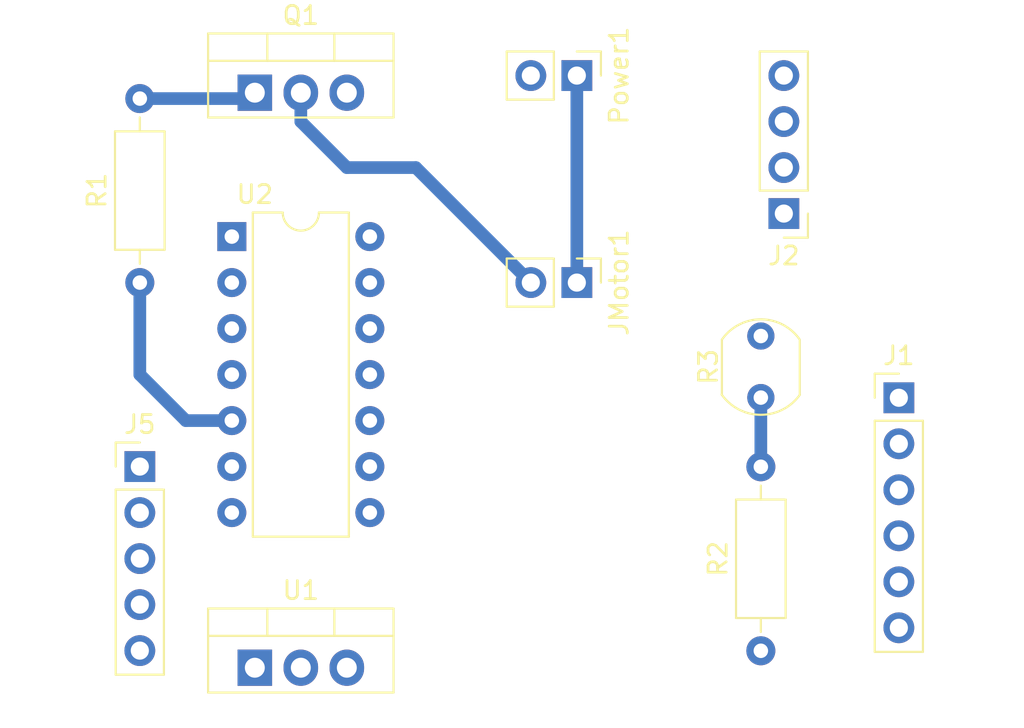
<source format=kicad_pcb>
(kicad_pcb (version 20211014) (generator pcbnew)
  (layers (0 "F.Cu" signal) (31 "B.Cu" signal) (34 "B.Paste" user) (35 "F.Paste" user) (36 "B.SilkS" user "B.Silkscreen") (37 "F.SilkS" user "F.Silkscreen") (38 "B.Mask" user) (39 "F.Mask" user) (44 "Edge.Cuts" user))
  (net 0 "")
  (net 2 "Net-(J1-Pad2)")
  (net 3 "Net-(J1-Pad3)")
  (net 4 "Ground")
  (net 5 "5V")
  (net 6 "Net-(J1-Pad6)")
  (net 7 "Lys")
  (net 10 "12V")
  (net 12 "ACC")
  (net 14 "Net-(JMotor1-Pad2)")
  (net 15 "Net-(Q1-Pad1)")
  (net 16 "PWM")
  (net 17 "LDR")
  (footprint "Connector_PinHeader_2.54mm:PinHeader_1x02_P2.54mm_Vertical" (layer "F.Cu") (at 135.89 64.77 -90)
    (fp_text reference "Power1" (at 0 -2.33 90) (layer "F.SilkS"))
    (fp_text value "Power")
    (fp_line (start -1.33 1.27) (end -1.33 3.87) (layer "F.SilkS") (width 0.12))
    (fp_line (start -1.33 0) (end -1.33 -1.33) (layer "F.SilkS") (width 0.12))
    (fp_line (start -1.33 3.87) (end 1.33 3.87) (layer "F.SilkS") (width 0.12))
    (fp_line (start -1.33 -1.33) (end 0 -1.33) (layer "F.SilkS") (width 0.12))
    (fp_line (start -1.33 1.27) (end 1.33 1.27) (layer "F.SilkS") (width 0.12))
    (fp_line (start 1.33 1.27) (end 1.33 3.87) (layer "F.SilkS") (width 0.12))
    (pad "1" thru_hole rect (at 0 0 270) (size 1.7 1.7) (drill 1) (layers *.Cu *.Mask) (net 10 "12V"))
    (pad "2" thru_hole oval (at 0 2.54 270) (size 1.7 1.7) (drill 1) (layers *.Cu *.Mask) (net 4 "Ground"))
  )
  (footprint "Resistor_THT:R_Axial_DIN0207_L6.3mm_D2.5mm_P10.16mm_Horizontal" (layer "F.Cu") (at 146.05 96.53 90)
    (fp_text reference "R2" (at 5.08 -2.37 90) (layer "F.SilkS"))
    (fp_text value "R")
    (fp_line (start 9.12 0) (end 8.35 0) (layer "F.SilkS") (width 0.12))
    (fp_line (start 1.81 1.37) (end 8.35 1.37) (layer "F.SilkS") (width 0.12))
    (fp_line (start 8.35 -1.37) (end 1.81 -1.37) (layer "F.SilkS") (width 0.12))
    (fp_line (start 1.81 -1.37) (end 1.81 1.37) (layer "F.SilkS") (width 0.12))
    (fp_line (start 8.35 1.37) (end 8.35 -1.37) (layer "F.SilkS") (width 0.12))
    (fp_line (start 1.04 0) (end 1.81 0) (layer "F.SilkS") (width 0.12))
    (pad "1" thru_hole circle (at 0 0 90) (size 1.6 1.6) (drill 0.8) (layers *.Cu *.Mask) (net 5 "5V"))
    (pad "2" thru_hole oval (at 10.16 0 90) (size 1.6 1.6) (drill 0.8) (layers *.Cu *.Mask) (net 17 "LDR"))
  )
  (footprint "Resistor_THT:R_Axial_DIN0207_L6.3mm_D2.5mm_P10.16mm_Horizontal" (layer "F.Cu") (at 111.76 76.2 90)
    (fp_text reference "R1" (at 5.08 -2.37 90) (layer "F.SilkS"))
    (fp_text value "R")
    (fp_line (start 9.12 0) (end 8.35 0) (layer "F.SilkS") (width 0.12))
    (fp_line (start 1.81 1.37) (end 8.35 1.37) (layer "F.SilkS") (width 0.12))
    (fp_line (start 1.04 0) (end 1.81 0) (layer "F.SilkS") (width 0.12))
    (fp_line (start 1.81 -1.37) (end 1.81 1.37) (layer "F.SilkS") (width 0.12))
    (fp_line (start 8.35 1.37) (end 8.35 -1.37) (layer "F.SilkS") (width 0.12))
    (fp_line (start 8.35 -1.37) (end 1.81 -1.37) (layer "F.SilkS") (width 0.12))
    (pad "1" thru_hole circle (at 0 0 90) (size 1.6 1.6) (drill 0.8) (layers *.Cu *.Mask) (net 16 "PWM"))
    (pad "2" thru_hole oval (at 10.16 0 90) (size 1.6 1.6) (drill 0.8) (layers *.Cu *.Mask) (net 15 "Net-(Q1-Pad1)"))
  )
  (footprint "Package_TO_SOT_THT:TO-220-3_Vertical" (layer "F.Cu") (at 118.11 97.465)
    (fp_text reference "U1" (at 2.54 -4.27) (layer "F.SilkS"))
    (fp_text value "L7805")
    (fp_line (start -2.58 1.371) (end 7.66 1.371) (layer "F.SilkS") (width 0.12))
    (fp_line (start -2.58 -3.27) (end -2.58 1.371) (layer "F.SilkS") (width 0.12))
    (fp_line (start 4.391 -3.27) (end 4.391 -1.76) (layer "F.SilkS") (width 0.12))
    (fp_line (start 7.66 -3.27) (end 7.66 1.371) (layer "F.SilkS") (width 0.12))
    (fp_line (start 0.69 -3.27) (end 0.69 -1.76) (layer "F.SilkS") (width 0.12))
    (fp_line (start -2.58 -3.27) (end 7.66 -3.27) (layer "F.SilkS") (width 0.12))
    (fp_line (start -2.58 -1.76) (end 7.66 -1.76) (layer "F.SilkS") (width 0.12))
    (pad "1" thru_hole rect (at 0 0) (size 1.905 2) (drill 1.1) (layers *.Cu *.Mask) (net 10 "12V"))
    (pad "2" thru_hole oval (at 2.54 0) (size 1.905 2) (drill 1.1) (layers *.Cu *.Mask) (net 4 "Ground"))
    (pad "3" thru_hole oval (at 5.08 0) (size 1.905 2) (drill 1.1) (layers *.Cu *.Mask) (net 5 "5V"))
  )
  (footprint "Package_DIP:DIP-14_W7.62mm" (layer "F.Cu") (at 116.84 73.66)
    (fp_text reference "U2" (at 1.27 -2.33) (layer "F.SilkS"))
    (fp_text value "PIC16F684-IP")
    (fp_line (start 2.81 -1.33) (end 1.16 -1.33) (layer "F.SilkS") (width 0.12))
    (fp_line (start 6.46 16.57) (end 6.46 -1.33) (layer "F.SilkS") (width 0.12))
    (fp_line (start 1.16 16.57) (end 6.46 16.57) (layer "F.SilkS") (width 0.12))
    (fp_line (start 1.16 -1.33) (end 1.16 16.57) (layer "F.SilkS") (width 0.12))
    (fp_line (start 6.46 -1.33) (end 4.81 -1.33) (layer "F.SilkS") (width 0.12))
    (fp_arc (start 4.81 -1.33) (mid 3.81 -0.33) (end 2.81 -1.33) (layer "F.SilkS") (width 0.12))
    (pad "1" thru_hole rect (at 0 0) (size 1.6 1.6) (drill 0.8) (layers *.Cu *.Mask) (net 5 "5V"))
    (pad "2" thru_hole oval (at 0 2.54) (size 1.6 1.6) (drill 0.8) (layers *.Cu *.Mask))
    (pad "3" thru_hole oval (at 0 5.08) (size 1.6 1.6) (drill 0.8) (layers *.Cu *.Mask))
    (pad "4" thru_hole oval (at 0 7.62) (size 1.6 1.6) (drill 0.8) (layers *.Cu *.Mask) (net 6 "Net-(J1-Pad6)"))
    (pad "5" thru_hole oval (at 0 10.16) (size 1.6 1.6) (drill 0.8) (layers *.Cu *.Mask) (net 16 "PWM"))
    (pad "6" thru_hole oval (at 0 12.7) (size 1.6 1.6) (drill 0.8) (layers *.Cu *.Mask))
    (pad "7" thru_hole oval (at 0 15.24) (size 1.6 1.6) (drill 0.8) (layers *.Cu *.Mask))
    (pad "8" thru_hole oval (at 7.62 15.24) (size 1.6 1.6) (drill 0.8) (layers *.Cu *.Mask) (net 17 "LDR"))
    (pad "9" thru_hole oval (at 7.62 12.7) (size 1.6 1.6) (drill 0.8) (layers *.Cu *.Mask) (net 12 "ACC"))
    (pad "10" thru_hole oval (at 7.62 10.16) (size 1.6 1.6) (drill 0.8) (layers *.Cu *.Mask) (net 7 "Lys"))
    (pad "11" thru_hole oval (at 7.62 7.62) (size 1.6 1.6) (drill 0.8) (layers *.Cu *.Mask))
    (pad "12" thru_hole oval (at 7.62 5.08) (size 1.6 1.6) (drill 0.8) (layers *.Cu *.Mask) (net 2 "Net-(J1-Pad2)"))
    (pad "13" thru_hole oval (at 7.62 2.54) (size 1.6 1.6) (drill 0.8) (layers *.Cu *.Mask) (net 3 "Net-(J1-Pad3)"))
    (pad "14" thru_hole oval (at 7.62 0) (size 1.6 1.6) (drill 0.8) (layers *.Cu *.Mask) (net 4 "Ground"))
  )
  (footprint "OptoDevice:R_LDR_5.1x4.3mm_P3.4mm_Vertical" (layer "F.Cu") (at 146.05 82.55 90)
    (fp_text reference "R3" (at 1.7 -2.9 90) (layer "F.SilkS"))
    (fp_text value "LDR07")
    (fp_line (start 0.15 -2.15) (end 3.2 -2.15) (layer "F.SilkS") (width 0.12))
    (fp_line (start 0.15 2.15) (end 3.2 2.15) (layer "F.SilkS") (width 0.12))
    (fp_arc (start 3.2 -2.15) (mid 4.321403 -0.027338) (end 3.244513 2.118249) (layer "F.SilkS") (width 0.12))
    (fp_arc (start 0.15 2.15) (mid -0.950438 -0.013368) (end 0.171766 -2.165525) (layer "F.SilkS") (width 0.12))
    (pad "1" thru_hole circle (at 0 0 90) (size 1.5 1.5) (drill 0.8) (layers *.Cu *.Mask) (net 17 "LDR"))
    (pad "2" thru_hole circle (at 3.4 0 90) (size 1.5 1.5) (drill 0.8) (layers *.Cu *.Mask) (net 4 "Ground"))
  )
  (footprint "Connector_PinHeader_2.54mm:PinHeader_1x02_P2.54mm_Vertical" (layer "F.Cu") (at 135.89 76.2 -90)
    (fp_text reference "JMotor1" (at 0 -2.33 90) (layer "F.SilkS"))
    (fp_text value "Motor")
    (fp_line (start -1.33 0) (end -1.33 -1.33) (layer "F.SilkS") (width 0.12))
    (fp_line (start -1.33 3.87) (end 1.33 3.87) (layer "F.SilkS") (width 0.12))
    (fp_line (start -1.33 -1.33) (end 0 -1.33) (layer "F.SilkS") (width 0.12))
    (fp_line (start 1.33 1.27) (end 1.33 3.87) (layer "F.SilkS") (width 0.12))
    (fp_line (start -1.33 1.27) (end -1.33 3.87) (layer "F.SilkS") (width 0.12))
    (fp_line (start -1.33 1.27) (end 1.33 1.27) (layer "F.SilkS") (width 0.12))
    (pad "1" thru_hole rect (at 0 0 270) (size 1.7 1.7) (drill 1) (layers *.Cu *.Mask) (net 10 "12V"))
    (pad "2" thru_hole oval (at 0 2.54 270) (size 1.7 1.7) (drill 1) (layers *.Cu *.Mask) (net 14 "Net-(JMotor1-Pad2)"))
  )
  (footprint "Connector_PinHeader_2.54mm:PinHeader_1x04_P2.54mm_Vertical" (layer "F.Cu") (at 147.32 72.39 180)
    (fp_text reference "J2" (at 0 -2.33) (layer "F.SilkS"))
    (fp_text value "LED")
    (fp_line (start -1.33 1.27) (end 1.33 1.27) (layer "F.SilkS") (width 0.12))
    (fp_line (start -1.33 8.95) (end 1.33 8.95) (layer "F.SilkS") (width 0.12))
    (fp_line (start -1.33 0) (end -1.33 -1.33) (layer "F.SilkS") (width 0.12))
    (fp_line (start -1.33 1.27) (end -1.33 8.95) (layer "F.SilkS") (width 0.12))
    (fp_line (start -1.33 -1.33) (end 0 -1.33) (layer "F.SilkS") (width 0.12))
    (fp_line (start 1.33 1.27) (end 1.33 8.95) (layer "F.SilkS") (width 0.12))
    (pad "1" thru_hole rect (at 0 0 180) (size 1.7 1.7) (drill 1) (layers *.Cu *.Mask) (net 7 "Lys"))
    (pad "2" thru_hole oval (at 0 2.54 180) (size 1.7 1.7) (drill 1) (layers *.Cu *.Mask) (net 7 "Lys"))
    (pad "3" thru_hole oval (at 0 5.08 180) (size 1.7 1.7) (drill 1) (layers *.Cu *.Mask) (net 4 "Ground"))
    (pad "4" thru_hole oval (at 0 7.62 180) (size 1.7 1.7) (drill 1) (layers *.Cu *.Mask) (net 4 "Ground"))
  )
  (footprint "Connector_PinHeader_2.54mm:PinHeader_1x06_P2.54mm_Vertical" (layer "F.Cu") (at 153.67 82.56)
    (fp_text reference "J1" (at 0 -2.33) (layer "F.SilkS"))
    (fp_text value "Pickit Forbindelse")
    (fp_line (start -1.33 1.27) (end -1.33 14.03) (layer "F.SilkS") (width 0.12))
    (fp_line (start -1.33 14.03) (end 1.33 14.03) (layer "F.SilkS") (width 0.12))
    (fp_line (start -1.33 -1.33) (end 0 -1.33) (layer "F.SilkS") (width 0.12))
    (fp_line (start -1.33 1.27) (end 1.33 1.27) (layer "F.SilkS") (width 0.12))
    (fp_line (start 1.33 1.27) (end 1.33 14.03) (layer "F.SilkS") (width 0.12))
    (fp_line (start -1.33 0) (end -1.33 -1.33) (layer "F.SilkS") (width 0.12))
    (pad "1" thru_hole rect (at 0 0) (size 1.7 1.7) (drill 1) (layers *.Cu *.Mask))
    (pad "2" thru_hole oval (at 0 2.54) (size 1.7 1.7) (drill 1) (layers *.Cu *.Mask) (net 2 "Net-(J1-Pad2)"))
    (pad "3" thru_hole oval (at 0 5.08) (size 1.7 1.7) (drill 1) (layers *.Cu *.Mask) (net 3 "Net-(J1-Pad3)"))
    (pad "4" thru_hole oval (at 0 7.62) (size 1.7 1.7) (drill 1) (layers *.Cu *.Mask) (net 4 "Ground"))
    (pad "5" thru_hole oval (at 0 10.16) (size 1.7 1.7) (drill 1) (layers *.Cu *.Mask) (net 5 "5V"))
    (pad "6" thru_hole oval (at 0 12.7) (size 1.7 1.7) (drill 1) (layers *.Cu *.Mask) (net 6 "Net-(J1-Pad6)"))
  )
  (footprint "Package_TO_SOT_THT:TO-220-3_Vertical" (layer "F.Cu") (at 118.11 65.715)
    (fp_text reference "Q1" (at 2.54 -4.27) (layer "F.SilkS"))
    (fp_text value "IRL1404")
    (fp_line (start -2.58 -1.76) (end 7.66 -1.76) (layer "F.SilkS") (width 0.12))
    (fp_line (start -2.58 1.371) (end 7.66 1.371) (layer "F.SilkS") (width 0.12))
    (fp_line (start 4.391 -3.27) (end 4.391 -1.76) (layer "F.SilkS") (width 0.12))
    (fp_line (start 0.69 -3.27) (end 0.69 -1.76) (layer "F.SilkS") (width 0.12))
    (fp_line (start -2.58 -3.27) (end -2.58 1.371) (layer "F.SilkS") (width 0.12))
    (fp_line (start -2.58 -3.27) (end 7.66 -3.27) (layer "F.SilkS") (width 0.12))
    (fp_line (start 7.66 -3.27) (end 7.66 1.371) (layer "F.SilkS") (width 0.12))
    (pad "1" thru_hole rect (at 0 0) (size 1.905 2) (drill 1.1) (layers *.Cu *.Mask) (net 15 "Net-(Q1-Pad1)"))
    (pad "2" thru_hole oval (at 2.54 0) (size 1.905 2) (drill 1.1) (layers *.Cu *.Mask) (net 14 "Net-(JMotor1-Pad2)"))
    (pad "3" thru_hole oval (at 5.08 0) (size 1.905 2) (drill 1.1) (layers *.Cu *.Mask) (net 4 "Ground"))
  )
  (footprint "Connector_PinHeader_2.54mm:PinHeader_1x05_P2.54mm_Vertical" (layer "F.Cu") (at 111.76 86.36)
    (fp_text reference "J5" (at 0 -2.33) (layer "F.SilkS"))
    (fp_text value "Conn_01x05_Female")
    (fp_line (start -1.33 1.27) (end 1.33 1.27) (layer "F.SilkS") (width 0.12))
    (fp_line (start -1.33 11.49) (end 1.33 11.49) (layer "F.SilkS") (width 0.12))
    (fp_line (start 1.33 1.27) (end 1.33 11.49) (layer "F.SilkS") (width 0.12))
    (fp_line (start -1.33 1.27) (end -1.33 11.49) (layer "F.SilkS") (width 0.12))
    (fp_line (start -1.33 -1.33) (end 0 -1.33) (layer "F.SilkS") (width 0.12))
    (fp_line (start -1.33 0) (end -1.33 -1.33) (layer "F.SilkS") (width 0.12))
    (pad "1" thru_hole rect (at 0 0) (size 1.7 1.7) (drill 1) (layers *.Cu *.Mask) (net 4 "Ground"))
    (pad "2" thru_hole oval (at 0 2.54) (size 1.7 1.7) (drill 1) (layers *.Cu *.Mask))
    (pad "3" thru_hole oval (at 0 5.08) (size 1.7 1.7) (drill 1) (layers *.Cu *.Mask) (net 12 "ACC"))
    (pad "4" thru_hole oval (at 0 7.62) (size 1.7 1.7) (drill 1) (layers *.Cu *.Mask))
    (pad "5" thru_hole oval (at 0 10.16) (size 1.7 1.7) (drill 1) (layers *.Cu *.Mask) (net 5 "5V"))
  )
  (segment (start 135.89 64.77) (end 135.89 76.2) (width 0.7) (layer "B.Cu") (net 10))
  (segment (start 120.65 67.31) (end 120.65 65.715) (width 0.7) (layer "B.Cu") (net 14))
  (segment (start 133.35 76.2) (end 127 69.85) (width 0.7) (layer "B.Cu") (net 14))
  (segment (start 123.19 69.85) (end 120.65 67.31) (width 0.7) (layer "B.Cu") (net 14))
  (segment (start 127 69.85) (end 123.19 69.85) (width 0.7) (layer "B.Cu") (net 14))
  (segment (start 117.785 66.04) (end 118.11 65.715) (width 0.7) (layer "B.Cu") (net 15))
  (segment (start 111.76 66.04) (end 117.785 66.04) (width 0.7) (layer "B.Cu") (net 15))
  (segment (start 116.84 83.82) (end 114.3 83.82) (width 0.7) (layer "B.Cu") (net 16))
  (segment (start 111.76 81.28) (end 111.76 76.2) (width 0.7) (layer "B.Cu") (net 16))
  (segment (start 114.3 83.82) (end 111.76 81.28) (width 0.7) (layer "B.Cu") (net 16))
  (segment (start 146.05 82.55) (end 146.05 86.37) (width 0.7) (layer "B.Cu") (net 17))
)
</source>
